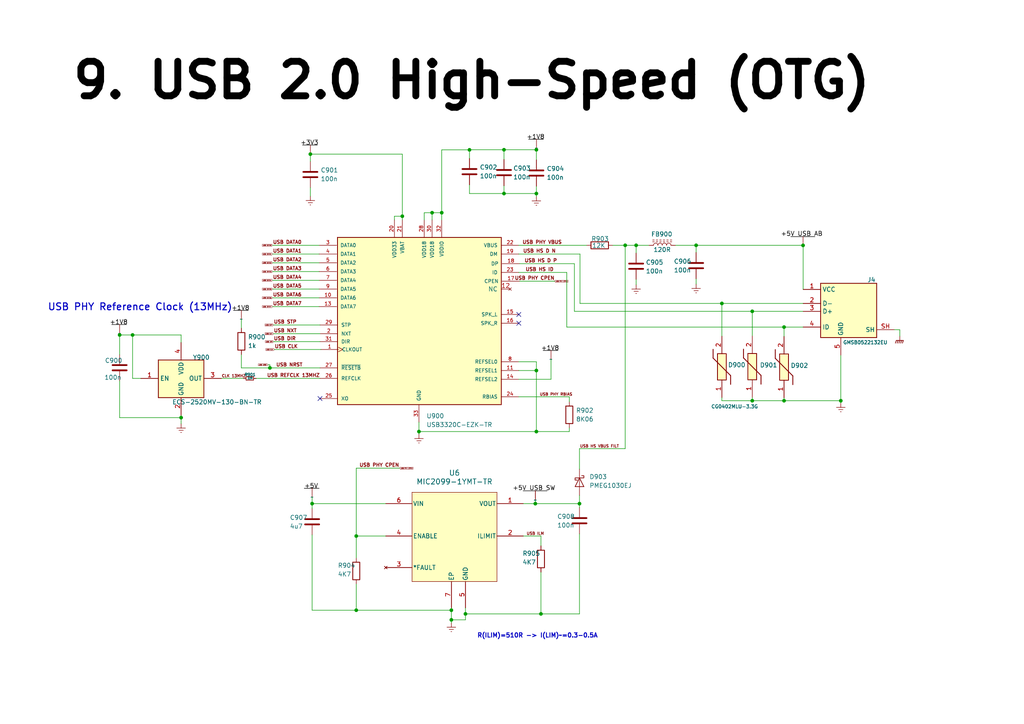
<source format=kicad_sch>
(kicad_sch (version 20230121) (generator eeschema)
  (paper "A4")
  (lib_symbols
    (symbol "2023-12-25_23-16-44:MIC2099-1YMT-TR" (pin_names (offset 0.254))
      (property "Reference" "U6" (at -10.16 -17.78 0))
      (property "Value" "MIC2099-1YMT-TR" (at -3.048 10.16 0))
      (symbol "MIC2099-1YMT-TR_0_1"
        (pin output line (at 20.574 5.842 180) (length 7.62) (name "VOUT") (number "1"))
        (pin input line (at 20.574 -3.556 180) (length 7.62) (name "ILIMIT") (number "2"))
        (pin no_connect line (at -19.304 -12.7 0) (length 7.62) (name "*FAULT") (number "3"))
        (pin input line (at -19.304 -3.556 0) (length 7.62) (name "ENABLE") (number "4"))
        (pin power_in line (at 3.81 -24.384 90) (length 7.62) (name "GND") (number "5"))
        (pin input line (at -19.304 5.842 0) (length 7.62) (name "VIN") (number "6"))
      )
      (symbol "MIC2099-1YMT-TR_1_1"
        (rectangle (start -11.684 9.144) (end 12.954 -16.764) (fill (type background)))
        (pin bidirectional line (at -0.254 -24.384 90) (length 7.62) (name "EP") (number "7"))
      )
    )
    (symbol "CG0402MLU-3_3G:CG0402MLU-3.3G" (pin_names hide)
      (property "Reference" "RV" (at 13.97 6.35 0))
      (property "Value" "CG0402MLU-3.3G" (at 13.97 3.81 0))
      (symbol "CG0402MLU-3.3G_1_1"
        (polyline (pts (xy 3.81 -2.54) (xy 6.35 -2.54)) (stroke (width 0.254)))
        (polyline (pts (xy 11.43 2.54) (xy 6.35 -2.54)) (stroke (width 0.254)))
        (polyline (pts (xy 11.43 2.54) (xy 13.97 2.54)) (stroke (width 0.254)))
        (rectangle (start 5.08 1.27) (end 12.7 -1.27) (stroke (width 0.254)) (fill (type background)))
        (pin passive line (at 0 0 0) (length 5.08) (name "1") (number "1"))
        (pin passive line (at 17.78 0 180) (length 5.08) (name "2") (number "2"))
      )
    )
    (symbol "Device:C" (pin_numbers hide) (pin_names (offset 0.254))
      (property "Reference" "C" (at 0.635 2.54 0))
      (property "Value" "C" (at 0.635 -2.54 0))
      (symbol "C_0_1"
        (polyline (pts (xy -2.032 -0.762) (xy 2.032 -0.762)) (stroke (width 0.508)))
        (polyline (pts (xy -2.032 0.762) (xy 2.032 0.762)) (stroke (width 0.508)))
      )
      (symbol "C_1_1"
        (pin passive line (at 0 3.81 270) (length 2.794) (name "~") (number "1"))
        (pin passive line (at 0 -3.81 90) (length 2.794) (name "~") (number "2"))
      )
    )
    (symbol "Device:L_Ferrite" (pin_numbers hide) (pin_names (offset 1.016) hide)
      (property "Reference" "L" (at -1.27 0 90))
      (property "Value" "L_Ferrite" (at 2.794 0 90))
      (symbol "L_Ferrite_0_1"
        (arc (start 0 -2.54) (mid 0.6323 -1.905) (end 0 -1.27))
        (arc (start 0 -1.27) (mid 0.6323 -0.635) (end 0 0))
        (polyline (pts (xy 1.016 -2.794) (xy 1.016 -2.286)))
        (polyline (pts (xy 1.016 -1.778) (xy 1.016 -1.27)))
        (polyline (pts (xy 1.016 -0.762) (xy 1.016 -0.254)))
        (polyline (pts (xy 1.016 0.254) (xy 1.016 0.762)))
        (polyline (pts (xy 1.016 1.27) (xy 1.016 1.778)))
        (polyline (pts (xy 1.016 2.286) (xy 1.016 2.794)))
        (polyline (pts (xy 1.524 -2.286) (xy 1.524 -2.794)))
        (polyline (pts (xy 1.524 -1.27) (xy 1.524 -1.778)))
        (polyline (pts (xy 1.524 -0.254) (xy 1.524 -0.762)))
        (polyline (pts (xy 1.524 0.762) (xy 1.524 0.254)))
        (polyline (pts (xy 1.524 1.778) (xy 1.524 1.27)))
        (polyline (pts (xy 1.524 2.794) (xy 1.524 2.286)))
        (arc (start 0 0) (mid 0.6323 0.635) (end 0 1.27))
        (arc (start 0 1.27) (mid 0.6323 1.905) (end 0 2.54))
      )
      (symbol "L_Ferrite_1_1"
        (pin passive line (at 0 3.81 270) (length 1.27) (name "1") (number "1"))
        (pin passive line (at 0 -3.81 90) (length 1.27) (name "2") (number "2"))
      )
    )
    (symbol "Device:R" (pin_numbers hide) (pin_names (offset 0))
      (property "Reference" "R" (at 2.032 0 90))
      (property "Value" "R" (at 0 0 90))
      (symbol "R_0_1"
        (rectangle (start -1.016 -2.54) (end 1.016 2.54) (stroke (width 0.254)))
      )
      (symbol "R_1_1"
        (pin passive line (at 0 3.81 270) (length 1.27) (name "~") (number "1"))
        (pin passive line (at 0 -3.81 90) (length 1.27) (name "~") (number "2"))
      )
    )
    (symbol "Diode:PMEG1030EJ" (pin_numbers hide) (pin_names hide)
      (property "Reference" "D" (at 0 2.54 0))
      (property "Value" "PMEG1030EJ" (at 0 -2.54 0))
      (symbol "PMEG1030EJ_0_1"
        (polyline (pts (xy 1.27 0) (xy -1.27 0)))
        (polyline (pts (xy 1.27 1.27) (xy 1.27 -1.27) (xy -1.27 0) (xy 1.27 1.27)) (stroke (width 0.2032)))
        (polyline (pts (xy -1.905 0.635) (xy -1.905 1.27) (xy -1.27 1.27) (xy -1.27 -1.27) (xy -0.635 -1.27) (xy -0.635 -0.635)) (stroke (width 0.2032)))
      )
      (symbol "PMEG1030EJ_1_1"
        (pin passive line (at -3.81 0 0) (length 2.54) (name "K") (number "1"))
        (pin passive line (at 3.81 0 180) (length 2.54) (name "A") (number "2"))
      )
    )
    (symbol "ECS-2520MV-130-BN-TR:ECS-2520MV-130-BN-TR"
      (property "Reference" "Y2" (at 5.842 6.096 0))
      (property "Value" "ECS-2520MV-130-BN-TR" (at 10.414 -6.858 0))
      (symbol "ECS-2520MV-130-BN-TR_1_1"
        (rectangle (start -6.604 5.334) (end 6.604 -5.588) (stroke (width 0.254)) (fill (type background)))
        (pin passive line (at -11.684 0 0) (length 5.08) (name "EN") (number "1"))
        (pin passive line (at 0 -10.668 90) (length 5.08) (name "GND") (number "2"))
        (pin passive line (at 11.684 0 180) (length 5.08) (name "OUT") (number "3"))
        (pin passive line (at 0 10.414 270) (length 5.08) (name "VDD") (number "4"))
      )
    )
    (symbol "GMSB0522132EU:GMSB0522132EU"
      (property "Reference" "J4" (at 19.812 3.556 0))
      (property "Value" "GMSB0522132EU" (at 20.828 -14.224 0))
      (symbol "GMSB0522132EU_1_1"
        (rectangle (start 5.08 2.54) (end 21.336 -13.208) (stroke (width 0.254)) (fill (type background)))
        (pin passive line (at 0 0.762 0) (length 5.08) (name "VCC") (number "1"))
        (pin passive line (at 0 -3.302 0) (length 5.08) (name "D-") (number "2"))
        (pin passive line (at 0 -5.588 0) (length 5.08) (name "D+") (number "3"))
        (pin passive line (at 0 -10.16 0) (length 5.08) (name "ID") (number "4"))
        (pin passive line (at 10.922 -18.288 90) (length 5.08) (name "GND") (number "5"))
        (pin passive line (at 26.416 -10.922 180) (length 5.08) (name "SH") (number "SH"))
      )
    )
    (symbol "Power_Library:+1V8"
      (symbol "+1V8_1_1"
        (polyline (pts (xy -2.286 2.54) (xy 2.032 2.54)) (stroke (width 0) (color 0 0 0 1)))
        (text "+1V8" (at -0.254 3.302 0) (effects (font (size 1.27 1.27))))
        (pin bidirectional line (at 0 0 90) (length 2.54) (name "") (number ""))
      )
    )
    (symbol "Power_Library:+3V3"
      (symbol "+3V3_1_1"
        (polyline (pts (xy -2.286 2.54) (xy 2.032 2.54)) (stroke (width 0) (color 0 0 0 1)))
        (text "+3V3" (at -0.254 3.302 0) (effects (font (size 1.27 1.27))))
        (pin bidirectional line (at 0 0 90) (length 2.54) (name "") (number ""))
      )
    )
    (symbol "Power_Library:+5V"
      (symbol "+5V_1_1"
        (polyline (pts (xy -2.286 2.54) (xy 2.032 2.54)) (stroke (width 0) (color 0 0 0 1)))
        (text "+5V" (at -0.254 3.302 0) (effects (font (size 1.27 1.27))))
        (pin bidirectional line (at 0 0 90) (length 2.54) (name "") (number ""))
      )
    )
    (symbol "Power_Library:+5V_USB_AB"
      (symbol "+5V_USB_AB_1_1"
        (polyline (pts (xy -3.556 2.54) (xy 3.429 2.54)) (stroke (width 0) (color 0 0 0 1)))
        (text "+5V USB AB" (at -0.381 3.429 0) (effects (font (size 1.27 1.27))))
        (pin bidirectional line (at 0 0 90) (length 2.54) (name "") (number ""))
      )
    )
    (symbol "Power_Library:+5V_USB_SW"
      (symbol "+5V_USB_SW_1_1"
        (polyline (pts (xy -3.556 2.667) (xy 3.429 2.667)) (stroke (width 0) (color 0 0 0 1)))
        (text "+5V USB SW" (at -0.381 3.556 0) (effects (font (size 1.27 1.27))))
        (pin bidirectional line (at 0 0.127 90) (length 2.54) (name "") (number ""))
      )
    )
    (symbol "RESISTOR_SMALL22:R_Small" (pin_numbers hide) (pin_names (offset 0.254) hide)
      (property "Reference" "R" (at 0.508 0.381 0))
      (property "Value" "R_Small" (at 0.635 -1.016 0))
      (symbol "R_Small_0_1"
        (rectangle (start -0.508 1.016) (end 0.508 -1.143) (stroke (width 0.2032)))
      )
      (symbol "R_Small_1_1"
        (pin passive line (at 0 1.778 270) (length 0.762) (name "~") (number "1"))
        (pin passive line (at 0 -1.905 90) (length 0.762) (name "~") (number "2"))
      )
    )
    (symbol "USB3320C-EZK-TR:USB3320C-EZK-TR" (pin_names (offset 1.016))
      (property "Reference" "U7" (at -22.606 25.654 0))
      (property "Value" "USB3320C-EZK-TR" (at 20.828 -25.4 0))
      (symbol "USB3320C-EZK-TR_0_0"
        (rectangle (start -23.622 24.638) (end 23.876 -23.876) (stroke (width 0.254)) (fill (type background)))
        (pin bidirectional line (at -28.956 7.112 0) (length 5.08) (name "DATA6") (number "10"))
        (pin input line (at 28.956 -13.97 180) (length 5.08) (name "REFSEL1") (number "11"))
        (pin no_connect line (at 26.416 9.652 180) (length 2.54) (name "NC") (number "12"))
        (pin bidirectional line (at -28.956 4.572 0) (length 5.08) (name "DATA7") (number "13"))
        (pin input line (at 28.956 -16.51 180) (length 5.08) (name "REFSEL2") (number "14"))
        (pin bidirectional line (at 28.956 2.286 180) (length 5.08) (name "SPK_L") (number "15"))
        (pin bidirectional line (at 28.956 -0.254 180) (length 5.08) (name "SPK_R") (number "16"))
        (pin output line (at 29.21 11.938 180) (length 5.08) (name "CPEN") (number "17"))
        (pin bidirectional line (at 29.21 17.018 180) (length 5.08) (name "DP") (number "18"))
        (pin bidirectional line (at 28.956 19.812 180) (length 5.08) (name "DM") (number "19"))
        (pin output line (at -28.702 -3.302 0) (length 5.08) (name "NXT") (number "2"))
        (pin power_in line (at -7.112 29.718 270) (length 5.08) (name "VDD33") (number "20"))
        (pin power_in line (at -4.826 29.718 270) (length 5.08) (name "VBAT") (number "21"))
        (pin power_in line (at 28.956 22.352 180) (length 5.08) (name "VBUS") (number "22"))
        (pin input line (at 28.956 14.478 180) (length 5.08) (name "ID") (number "23"))
        (pin bidirectional line (at 28.956 -21.59 180) (length 5.08) (name "RBIAS") (number "24"))
        (pin output line (at -28.702 -22.098 0) (length 5.08) (name "XO") (number "25"))
        (pin input line (at -28.702 -13.208 0) (length 5.08) (name "~{RESETB}") (number "27"))
        (pin power_in line (at 1.524 29.718 270) (length 5.08) (name "VDD18") (number "28"))
        (pin input line (at -28.702 -0.762 0) (length 5.08) (name "STP") (number "29"))
        (pin bidirectional line (at -28.956 22.352 0) (length 5.08) (name "DATA0") (number "3"))
        (pin power_in line (at 3.81 29.718 270) (length 5.08) (name "VDD18") (number "30"))
        (pin output line (at -28.702 -5.588 0) (length 5.08) (name "DIR") (number "31"))
        (pin power_in line (at 6.604 29.718 270) (length 5.08) (name "VDDIO") (number "32"))
        (pin bidirectional line (at -28.956 19.812 0) (length 5.08) (name "DATA1") (number "4"))
        (pin bidirectional line (at -28.956 17.272 0) (length 5.08) (name "DATA2") (number "5"))
        (pin bidirectional line (at -28.956 14.732 0) (length 5.08) (name "DATA3") (number "6"))
        (pin bidirectional line (at -28.956 12.192 0) (length 5.08) (name "DATA4") (number "7"))
        (pin input line (at 28.956 -11.43 180) (length 5.08) (name "REFSEL0") (number "8"))
        (pin bidirectional line (at -28.956 9.652 0) (length 5.08) (name "DATA5") (number "9"))
      )
      (symbol "USB3320C-EZK-TR_1_0"
        (pin input clock (at -28.448 -7.874 0) (length 5.08) (name "CLKOUT") (number "1"))
        (pin input line (at -28.702 -16.256 0) (length 5.08) (name "REFCLK") (number "26"))
        (pin power_in line (at 0 -28.956 90) (length 5.08) (name "GND") (number "33"))
      )
    )
    (symbol "power:GNDPWR" (power) (pin_names (offset 0))
      (property "Value" "GNDPWR" (at 0 -3.302 0))
      (symbol "GNDPWR_0_1"
        (polyline (pts (xy 0 -1.27) (xy 0 0)))
        (polyline (pts (xy -1.016 -1.27) (xy -1.27 -2.032) (xy -1.27 -2.032)) (stroke (width 0.2032)))
        (polyline (pts (xy -0.508 -1.27) (xy -0.762 -2.032) (xy -0.762 -2.032)) (stroke (width 0.2032)))
        (polyline (pts (xy 0 -1.27) (xy -0.254 -2.032) (xy -0.254 -2.032)) (stroke (width 0.2032)))
        (polyline (pts (xy 0.508 -1.27) (xy 0.254 -2.032) (xy 0.254 -2.032)) (stroke (width 0.2032)))
        (polyline (pts (xy 1.016 -1.27) (xy -1.016 -1.27) (xy -1.016 -1.27)) (stroke (width 0.2032)))
        (polyline (pts (xy 1.016 -1.27) (xy 0.762 -2.032) (xy 0.762 -2.032) (xy 0.762 -2.032)) (stroke (width 0.2032)))
      )
      (symbol "GNDPWR_1_1"
        (pin power_in line (at 0 0 270) (length 0) hide (name "GNDPWR") (number "1"))
      )
    )
    (symbol "power:GNDREF" (power) (pin_names (offset 0))
      (property "Value" "GNDREF" (at 0 -3.81 0))
      (symbol "GNDREF_0_1"
        (polyline (pts (xy -0.635 -1.905) (xy 0.635 -1.905)))
        (polyline (pts (xy -0.127 -2.54) (xy 0.127 -2.54)))
        (polyline (pts (xy 0 -1.27) (xy 0 0)))
        (polyline (pts (xy 1.27 -1.27) (xy -1.27 -1.27)))
      )
      (symbol "GNDREF_1_1"
        (pin power_in line (at 0 0 270) (length 0) hide (name "GNDREF") (number "1"))
      )
    )
  )
  (junction (at 90.0176 44.704))
  (junction (at 135.001 178.054))
  (junction (at 155.2702 146.0754))
  (junction (at 103.3272 176.9872))
  (junction (at 121.5136 125.1712))
  (junction (at 146.177 56.134))
  (junction (at 156.8958 178.054))
  (junction (at 90.5256 146.0754))
  (junction (at 155.575 43.434))
  (junction (at 78.2828 106.7054))
  (junction (at 181.3306 71.1454))
  (junction (at 52.5272 121.1326))
  (junction (at 243.8654 116.2304))
  (junction (at 227.4062 116.2304))
  (junction (at 38.4556 97.155))
  (junction (at 209.3722 88.011))
  (junction (at 184.5056 71.1454))
  (junction (at 155.575 107.4674))
  (junction (at 34.6964 97.155))
  (junction (at 130.9116 179.7812))
  (junction (at 232.918 71.1708))
  (junction (at 128.1176 61.6966))
  (junction (at 136.1694 43.4594))
  (junction (at 146.177 43.434))
  (junction (at 201.9046 71.1454))
  (junction (at 155.575 56.134))
  (junction (at 155.575 125.1712))
  (junction (at 130.9116 176.9872))
  (junction (at 116.6876 62.7126))
  (junction (at 227.4062 94.869))
  (junction (at 103.3272 155.4734))
  (junction (at 218.186 116.2304))
  (junction (at 125.3236 61.6966))
  (junction (at 218.186 90.297))
  (junction (at 168.0718 146.0754))
  (no_connect (at 92.8116 115.5954))
  (no_connect (at 150.4696 93.7514))
  (no_connect (at 150.4696 91.2114))
  (wire (pts (xy 168.0718 136.0678) (xy 168.0718 130.1242)))
  (wire (pts (xy 52.5272 121.1326) (xy 52.5272 122.8852)))
  (wire (pts (xy 218.186 90.297) (xy 232.9434 90.297)))
  (wire (pts (xy 136.1694 53.594) (xy 136.1694 56.134)))
  (wire (pts (xy 177.7492 71.1454) (xy 181.3306 71.1454)))
  (wire (pts (xy 195.8848 71.1454) (xy 201.9046 71.1454)))
  (wire (pts (xy 155.575 104.9528) (xy 155.575 107.4674)))
  (wire (pts (xy 155.5496 104.9274) (xy 150.4696 104.9274)))
  (wire (pts (xy 34.6964 121.1326) (xy 52.5272 121.1326)))
  (wire (pts (xy 227.4062 94.869) (xy 232.9434 94.869)))
  (wire (pts (xy 201.9046 73.2282) (xy 201.9046 71.1454)))
  (wire (pts (xy 123.0376 63.7794) (xy 123.0376 61.6966)))
  (wire (pts (xy 150.4696 73.6854) (xy 168.2242 73.6854)))
  (wire (pts (xy 130.9116 176.9872) (xy 130.9116 179.7812)))
  (wire (pts (xy 232.918 71.1708) (xy 232.9434 71.1708)))
  (wire (pts (xy 156.8958 165.9382) (xy 156.8958 178.054)))
  (wire (pts (xy 156.8958 155.4734) (xy 156.8958 158.3182)))
  (wire (pts (xy 165.1254 116.5098) (xy 165.1254 115.0874)))
  (wire (pts (xy 155.575 125.1712) (xy 121.5136 125.1712)))
  (wire (pts (xy 218.186 115.2398) (xy 218.186 116.2304)))
  (wire (pts (xy 259.3594 95.631) (xy 260.985 95.631)))
  (wire (pts (xy 155.5496 104.9528) (xy 155.575 104.9528)))
  (wire (pts (xy 79.0956 71.1454) (xy 92.5576 71.1454)))
  (wire (pts (xy 136.1694 56.134) (xy 146.177 56.134)))
  (wire (pts (xy 155.575 46.3804) (xy 155.575 43.434)))
  (wire (pts (xy 130.937 176.3014) (xy 130.937 176.9872)))
  (wire (pts (xy 146.177 56.134) (xy 155.575 56.134)))
  (wire (pts (xy 218.186 116.2304) (xy 227.4062 116.2304)))
  (wire (pts (xy 184.5056 81.026) (xy 184.5056 82.5754)))
  (wire (pts (xy 164.3888 79.0194) (xy 164.3888 94.869)))
  (wire (pts (xy 184.5056 71.1454) (xy 184.5056 73.406)))
  (wire (pts (xy 103.3272 169.418) (xy 103.3272 176.9872)))
  (wire (pts (xy 121.5136 125.1712) (xy 121.5136 125.9332)))
  (wire (pts (xy 168.2242 88.011) (xy 209.3722 88.011)))
  (wire (pts (xy 116.6876 62.7126) (xy 116.6876 44.704)))
  (wire (pts (xy 79.0956 88.9254) (xy 92.5576 88.9254)))
  (wire (pts (xy 150.4696 115.0874) (xy 165.1254 115.0874)))
  (wire (pts (xy 90.5256 155.1432) (xy 90.5256 176.9872)))
  (wire (pts (xy 135.001 176.3014) (xy 135.001 178.054)))
  (wire (pts (xy 150.7236 76.4794) (xy 166.5986 76.4794)))
  (wire (pts (xy 103.3272 135.7884) (xy 115.824 135.7884)))
  (wire (pts (xy 155.2702 144.907) (xy 155.2702 146.0754)))
  (wire (pts (xy 155.5496 104.9528) (xy 155.5496 104.9274)))
  (wire (pts (xy 181.3306 130.1242) (xy 181.3306 71.1454)))
  (wire (pts (xy 78.2828 105.8164) (xy 78.2828 106.7054)))
  (wire (pts (xy 103.3272 176.9872) (xy 130.9116 176.9872)))
  (wire (pts (xy 146.177 53.8734) (xy 146.177 56.134)))
  (wire (pts (xy 181.3306 71.1454) (xy 184.5056 71.1454)))
  (wire (pts (xy 150.4696 107.4674) (xy 155.575 107.4674)))
  (wire (pts (xy 79.0956 86.3854) (xy 92.5576 86.3854)))
  (wire (pts (xy 155.575 43.434) (xy 155.6004 43.434)))
  (wire (pts (xy 90.0176 44.704) (xy 90.0176 46.8122)))
  (wire (pts (xy 90.5256 146.0754) (xy 90.5256 147.5232)))
  (wire (pts (xy 103.3272 135.7884) (xy 103.3272 155.4734)))
  (wire (pts (xy 128.1176 43.4594) (xy 136.1694 43.4594)))
  (wire (pts (xy 70.0024 102.8192) (xy 70.0024 106.7054)))
  (wire (pts (xy 155.575 54.0004) (xy 155.575 56.134)))
  (wire (pts (xy 146.177 43.434) (xy 146.177 46.2534)))
  (wire (pts (xy 260.985 97.4852) (xy 260.985 95.631)))
  (wire (pts (xy 90.0176 54.4322) (xy 90.0176 56.896)))
  (wire (pts (xy 209.3722 88.011) (xy 209.3722 97.5106)))
  (wire (pts (xy 146.177 43.434) (xy 155.575 43.434)))
  (wire (pts (xy 78.2828 106.7054) (xy 92.8116 106.7054)))
  (wire (pts (xy 121.5136 122.4534) (xy 121.5136 125.1712)))
  (wire (pts (xy 168.0718 154.8384) (xy 168.0718 178.054)))
  (wire (pts (xy 38.4556 97.155) (xy 34.6964 97.155)))
  (wire (pts (xy 38.4556 109.7534) (xy 38.4556 97.155)))
  (wire (pts (xy 243.8654 102.997) (xy 243.8654 116.2304)))
  (wire (pts (xy 164.3888 94.869) (xy 227.4062 94.869)))
  (wire (pts (xy 130.9116 176.9872) (xy 130.937 176.9872)))
  (wire (pts (xy 34.6964 97.155) (xy 34.6964 102.8446)))
  (wire (pts (xy 130.9116 179.7812) (xy 130.9116 180.6448)))
  (wire (pts (xy 150.7236 81.5594) (xy 160.8836 81.5594)))
  (wire (pts (xy 79.3496 96.7994) (xy 92.8116 96.7994)))
  (wire (pts (xy 232.9434 71.1708) (xy 232.9434 83.947)))
  (wire (pts (xy 125.3236 61.6966) (xy 125.3236 63.7794)))
  (wire (pts (xy 135.001 179.7812) (xy 130.9116 179.7812)))
  (wire (pts (xy 168.0718 146.0754) (xy 168.0718 147.2184)))
  (wire (pts (xy 151.765 155.4734) (xy 156.8958 155.4734)))
  (wire (pts (xy 227.4062 116.2304) (xy 243.8654 116.2304)))
  (wire (pts (xy 209.3722 88.011) (xy 232.9434 88.011)))
  (wire (pts (xy 243.8654 116.2304) (xy 243.8654 116.8908)))
  (wire (pts (xy 232.918 71.1454) (xy 232.918 71.1708)))
  (wire (pts (xy 116.6876 63.7794) (xy 116.6876 62.7126)))
  (wire (pts (xy 155.575 107.4674) (xy 155.575 125.1712)))
  (wire (pts (xy 150.4696 71.1454) (xy 170.1292 71.1454)))
  (wire (pts (xy 165.1254 124.1298) (xy 165.1254 125.1712)))
  (wire (pts (xy 52.5272 99.3394) (xy 52.5272 97.155)))
  (wire (pts (xy 90.5256 144.1704) (xy 90.5256 146.0754)))
  (wire (pts (xy 128.1176 43.4594) (xy 128.1176 61.6966)))
  (wire (pts (xy 79.0956 73.6854) (xy 92.5576 73.6854)))
  (wire (pts (xy 116.6876 44.704) (xy 90.0176 44.704)))
  (wire (pts (xy 155.2702 146.0754) (xy 168.0718 146.0754)))
  (wire (pts (xy 156.8958 178.054) (xy 135.001 178.054)))
  (wire (pts (xy 79.0956 76.2254) (xy 92.5576 76.2254)))
  (wire (pts (xy 64.2112 109.7534) (xy 70.612 109.7534)))
  (wire (pts (xy 168.0718 178.054) (xy 156.8958 178.054)))
  (wire (pts (xy 79.3496 99.0854) (xy 92.8116 99.0854)))
  (wire (pts (xy 159.8168 104.1908) (xy 159.8168 110.0074)))
  (wire (pts (xy 159.8168 110.0074) (xy 150.4696 110.0074)))
  (wire (pts (xy 135.001 178.054) (xy 135.001 179.7812)))
  (wire (pts (xy 232.918 71.1454) (xy 201.9046 71.1454)))
  (wire (pts (xy 74.295 109.7534) (xy 92.8116 109.7534)))
  (wire (pts (xy 111.887 155.4734) (xy 103.3272 155.4734)))
  (wire (pts (xy 52.5272 97.155) (xy 38.4556 97.155)))
  (wire (pts (xy 90.0176 44.6024) (xy 90.0176 44.704)))
  (wire (pts (xy 79.0956 78.7654) (xy 92.5576 78.7654)))
  (wire (pts (xy 125.3236 61.6966) (xy 128.1176 61.6966)))
  (wire (pts (xy 166.5986 90.297) (xy 218.186 90.297)))
  (wire (pts (xy 151.765 146.0754) (xy 155.2702 146.0754)))
  (wire (pts (xy 103.3272 155.4734) (xy 103.3272 161.798)))
  (wire (pts (xy 90.5256 146.0754) (xy 111.887 146.0754)))
  (wire (pts (xy 34.6964 96.6724) (xy 34.6964 97.155)))
  (wire (pts (xy 114.4016 63.7794) (xy 114.4016 62.7126)))
  (wire (pts (xy 201.9046 80.8482) (xy 201.9046 82.3976)))
  (wire (pts (xy 79.3496 94.2594) (xy 92.8116 94.2594)))
  (wire (pts (xy 70.0024 106.7054) (xy 78.2828 106.7054)))
  (wire (pts (xy 79.0956 83.8454) (xy 92.5576 83.8454)))
  (wire (pts (xy 70.0024 92.5576) (xy 70.0024 95.1992)))
  (wire (pts (xy 40.8432 109.7534) (xy 38.4556 109.7534)))
  (wire (pts (xy 123.0376 61.6966) (xy 125.3236 61.6966)))
  (wire (pts (xy 168.2242 73.6854) (xy 168.2242 88.011)))
  (wire (pts (xy 227.4062 115.3668) (xy 227.4062 116.2304)))
  (wire (pts (xy 150.4696 79.0194) (xy 164.3888 79.0194)))
  (wire (pts (xy 188.2648 71.1454) (xy 184.5056 71.1454)))
  (wire (pts (xy 168.0718 130.1242) (xy 181.3306 130.1242)))
  (wire (pts (xy 128.1176 61.6966) (xy 128.1176 63.7794)))
  (wire (pts (xy 79.0956 81.3054) (xy 92.5576 81.3054)))
  (wire (pts (xy 168.0718 143.6878) (xy 168.0718 146.0754)))
  (wire (pts (xy 155.6004 42.926) (xy 155.6004 43.434)))
  (wire (pts (xy 136.1694 43.434) (xy 146.177 43.434)))
  (wire (pts (xy 52.5272 120.4214) (xy 52.5272 121.1326)))
  (wire (pts (xy 34.6964 110.4646) (xy 34.6964 121.1326)))
  (wire (pts (xy 218.186 90.297) (xy 218.186 97.4598)))
  (wire (pts (xy 209.3722 116.2304) (xy 218.186 116.2304)))
  (wire (pts (xy 155.575 56.134) (xy 155.575 56.9976)))
  (wire (pts (xy 227.4062 94.869) (xy 227.4062 97.5868)))
  (wire (pts (xy 165.1254 125.1712) (xy 155.575 125.1712)))
  (wire (pts (xy 136.1694 43.4594) (xy 136.1694 43.434)))
  (wire (pts (xy 166.5986 76.4794) (xy 166.5986 90.297)))
  (wire (pts (xy 114.4016 62.7126) (xy 116.6876 62.7126)))
  (wire (pts (xy 77.7494 105.8164) (xy 78.2828 105.8164)))
  (wire (pts (xy 209.3722 115.2906) (xy 209.3722 116.2304)))
  (wire (pts (xy 90.5256 176.9872) (xy 103.3272 176.9872)))
  (wire (pts (xy 136.1694 45.974) (xy 136.1694 43.4594)))
  (wire (pts (xy 79.6036 101.3714) (xy 93.0656 101.3714)))
  (text "R(ILIM)=510R -> I(LIM)~=0.3-0.5A" (at 138.3538 185.2168 0) (effects (font (size 1.27 1.27) (thickness 0.254) bold) (justify left bottom)))
  (text "USB PHY Reference Clock (13MHz)" (at 13.7668 90.3478 0) (effects (font (size 2 2) (thickness 0.3) bold) (justify left bottom)))
  (text "9. USB 2.0 High-Speed (OTG)" (at 20.2438 29.3624 0) (effects (font (size 10 10) (thickness 2) bold) (justify left bottom)))
  (label "USB DATA3" (at 79.0956 78.7654 0) (effects (font (size 1 1) bold)))
  (label "USB HS D P" (at 152.0698 76.4794 0) (effects (font (size 1 1) bold)))
  (label "USB DATA5" (at 79.0956 83.8454 0) (effects (font (size 1 1) bold)))
  (label "USB PHY CPEN" (at 160.8836 81.5594 180) (effects (font (size 1 1) bold)))
  (label "USB NXT" (at 79.3496 96.7994 0) (effects (font (size 1 1) bold)))
  (label "USB STP" (at 79.3496 94.2594 0) (effects (font (size 1 1) bold)))
  (label "USB DATA4" (at 79.0956 81.3054 0) (effects (font (size 1 1) bold)))
  (label "USB PHY CPEN" (at 115.824 135.7884 180) (effects (font (size 1 1) bold)))
  (label "USB DATA0" (at 79.0956 71.1454 0) (effects (font (size 1 1) bold)))
  (label "USB CLK" (at 79.6036 101.3714 0) (effects (font (size 1 1) bold)))
  (label "USB PHY RBIAS" (at 156.4894 115.0874 0) (effects (font (size 0.8 0.8) bold)))
  (label "USB REFCLK 13MHZ" (at 77.3938 109.7534 0) (effects (font (size 1 1) bold)))
  (label "USB PHY VBUS" (at 151.4602 71.1454 0) (effects (font (size 1 1) bold)))
  (label "USB DATA2" (at 79.0956 76.2254 0) (effects (font (size 1 1) bold)))
  (label "USB HS ID" (at 152.3746 79.0194 0) (effects (font (size 1 1) bold)))
  (label "USB HS D N" (at 151.6634 73.6854 0) (effects (font (size 1 1) bold)))
  (label "USB DATA7" (at 79.0956 88.9254 0) (effects (font (size 1 1) bold)))
  (label "USB DATA1" (at 79.0956 73.6854 0) (effects (font (size 1 1) bold)))
  (label "USB DIR" (at 79.3496 99.0854 0) (effects (font (size 1 1) bold)))
  (label "USB DATA6" (at 79.0956 86.3854 0) (effects (font (size 1 1) bold)))
  (label "USB NRST" (at 80.0354 106.7054 0) (effects (font (size 1 1) bold)))
  (label "USB ILM" (at 152.6794 155.4734 0) (effects (font (size 0.8 0.8) bold)))
  (label "CLK 13MHZ" (at 64.262 109.7534 0) (effects (font (size 0.8 0.8) bold)))
  (label "USB HS VBUS FILT" (at 168.148 130.1242 0) (effects (font (size 0.8 0.8) bold)))
  (global_label "USB DIR" (shape input) (at 79.4004 99.0854 180) (effects (font (size 0.3 0.3))) (property "Intersheetrefs" "${INTERSHEET_REFS}" (effects hide)))
  (global_label "USB DATA5" (shape input) (at 79.121 83.8454 180) (effects (font (size 0.3 0.3))) (property "Intersheetrefs" "${INTERSHEET_REFS}" (effects hide)))
  (global_label "USB DATA7" (shape input) (at 79.121 88.9254 180) (effects (font (size 0.3 0.3))) (property "Intersheetrefs" "${INTERSHEET_REFS}" (effects hide)))
  (global_label "USB DATA6" (shape input) (at 79.0956 86.3854 180) (effects (font (size 0.3 0.3))) (property "Intersheetrefs" "${INTERSHEET_REFS}" (effects hide)))
  (global_label "USB DATA3" (shape input) (at 79.121 78.7654 180) (effects (font (size 0.3 0.3))) (property "Intersheetrefs" "${INTERSHEET_REFS}" (effects hide)))
  (global_label "USB PHY CPEN" (shape input) (at 115.824 135.7884 0) (effects (font (size 0.3 0.3))) (property "Intersheetrefs" "${INTERSHEET_REFS}" (effects hide)))
  (global_label "USB NRST" (shape input) (at 77.7494 105.8164 180) (effects (font (size 0.3 0.3))) (property "Intersheetrefs" "${INTERSHEET_REFS}" (effects hide)))
  (global_label "USB DATA1" (shape input) (at 79.121 73.6854 180) (effects (font (size 0.3 0.3))) (property "Intersheetrefs" "${INTERSHEET_REFS}" (effects hide)))
  (global_label "USB STP" (shape input) (at 79.375 94.2594 180) (effects (font (size 0.3 0.3))) (property "Intersheetrefs" "${INTERSHEET_REFS}" (effects hide)))
  (global_label "USB PHY CPEN" (shape input) (at 160.782 81.5594 0) (effects (font (size 0.3 0.3))) (property "Intersheetrefs" "${INTERSHEET_REFS}" (effects hide)))
  (global_label "USB DATA4" (shape input) (at 79.0956 81.3054 180) (effects (font (size 0.3 0.3))) (property "Intersheetrefs" "${INTERSHEET_REFS}" (effects hide)))
  (global_label "USB CLK" (shape input) (at 79.629 101.3714 180) (effects (font (size 0.3 0.3))) (property "Intersheetrefs" "${INTERSHEET_REFS}" (effects hide)))
  (global_label "USB DATA2" (shape input) (at 79.0956 76.2254 180) (effects (font (size 0.3 0.3))) (property "Intersheetrefs" "${INTERSHEET_REFS}" (effects hide)))
  (global_label "USB DATA0" (shape input) (at 79.0956 71.1454 180) (effects (font (size 0.3 0.3))) (property "Intersheetrefs" "${INTERSHEET_REFS}" (effects hide)))
  (global_label "USB NXT" (shape input) (at 79.4004 96.7994 180) (effects (font (size 0.3 0.3))) (property "Intersheetrefs" "${INTERSHEET_REFS}" (effects hide)))
  (symbol (lib_id "Device:C") (at 34.6964 106.6546 0) (unit 1)
    (property "Reference" "C900" (at 30.4038 104.5718 0) (effects (justify left)))
    (property "Value" "100n" (at 30.2514 109.474 0) (effects (justify left)))
    (property "Footprint" "Capacitor_SMD:C_0402_1005Metric" (effects hide))
  )
  (symbol (lib_id "Device:R") (at 156.8958 162.1282 0) (unit 1)
    (property "Reference" "R905" (at 151.5364 160.528 0) (effects (justify left)))
    (property "Value" "4K7" (at 151.5364 163.068 0) (effects (justify left)))
    (property "Footprint" "Resistor_SMD:R_0402_1005Metric" (effects hide))
  )
  (symbol (lib_id "GMSB0522132EU:GMSB0522132EU") (at 232.9434 84.709 0) (unit 1)
    (property "Reference" "J4" (at 252.7554 81.153 0))
    (property "Value" "GMSB0522132EU" (at 250.9774 99.314 0) (effects (font (size 1 1))))
    (property "Footprint" "GMSB0522132EU:GMSB0522132EU" (effects hide))
    (property "Datasheet" "https://cdn.amphenol-cs.com/media/wysiwyg/files/drawing/gmsb052x1x2eu.pdf" (effects hide))
    (property "Height" "4.1" (effects hide))
    (property "Manufacturer_Name" "Amphenol Communications Solutions" (effects hide))
    (property "Manufacturer_Part_Number" "GMSB0522132EU" (effects hide))
    (instances (project "MA_Inventtronics" (path "" (reference "J4") (unit 1)) (path "" (reference "J900") (unit 1))))
  )
  (symbol (lib_id "power:GNDREF") (at 90.0176 56.896 0) (unit 1)
    (property "Reference" "#PWR0903" (effects hide))
    (property "Value" "GNDREF" (effects hide))
  )
  (symbol (lib_id "CG0402MLU-3_3G:CG0402MLU-3.3G") (at 218.186 115.2398 90) (unit 1)
    (property "Reference" "D901" (at 220.3704 105.8926 90) (effects (justify right)))
    (property "Value" "CG0402MLU-3.3G" (effects hide))
    (property "Footprint" "VARC1005X41N" (effects hide))
    (property "Datasheet" "https://www.bourns.com/docs/Product-Datasheets/MLU.pdf" (effects hide))
    (property "Height" "0.41" (effects hide))
    (property "Mouser Part Number" "652-CG0402MLU-3.3G" (effects hide))
    (property "Mouser Price/Stock" "https://www.mouser.co.uk/ProductDetail/Bourns/CG0402MLU-3.3G?qs=m8myXnDJXpWVM8EQWErxtQ%3D%3D" (effects hide))
    (property "Manufacturer_Name" "Bourns" (effects hide))
    (property "Manufacturer_Part_Number" "CG0402MLU-3.3G" (effects hide))
  )
  (symbol (lib_id "Device:C") (at 136.1694 49.784 0) (unit 1)
    (property "Reference" "C902" (at 139.1412 48.514 0) (effects (justify left)))
    (property "Value" "100n" (at 139.1412 51.054 0) (effects (justify left)))
    (property "Footprint" "Capacitor_SMD:C_0402_1005Metric" (effects hide))
  )
  (symbol (lib_id "Power_Library:+1V8") (at 159.8168 104.1908 0) (unit 1)
    (property "Reference" "#PWR912" (effects hide))
    (property "Value" "~" (at 159.8168 104.1908 0))
  )
  (symbol (lib_id "power:GNDREF") (at 52.5272 122.8852 0) (unit 1)
    (property "Reference" "#PWR0904" (effects hide))
    (property "Value" "GNDREF" (effects hide))
  )
  (symbol (lib_id "Power_Library:+1V8") (at 155.6004 42.926 0) (unit 1)
    (property "Reference" "#PWR910" (effects hide))
    (property "Value" "~" (at 155.6004 42.926 0))
  )
  (symbol (lib_id "Device:R") (at 173.9392 71.1454 90) (unit 1)
    (property "Reference" "R903" (at 174.0408 69.2658 90))
    (property "Value" "12K" (at 173.6598 71.2216 90))
    (property "Footprint" "Resistor_SMD:R_0402_1005Metric" (effects hide))
  )
  (symbol (lib_id "Device:C") (at 90.5256 151.3332 0) (unit 1)
    (property "Reference" "C907" (at 84.0486 150.114 0) (effects (justify left)))
    (property "Value" "4u7" (at 84.0486 152.654 0) (effects (justify left)))
    (property "Footprint" "Capacitor_SMD:C_0402_1005Metric" (effects hide))
  )
  (symbol (lib_id "Device:C") (at 146.177 50.0634 0) (unit 1)
    (property "Reference" "C903" (at 148.844 48.8188 0) (effects (justify left)))
    (property "Value" "100n" (at 148.844 51.3588 0) (effects (justify left)))
    (property "Footprint" "Capacitor_SMD:C_0402_1005Metric" (effects hide))
  )
  (symbol (lib_id "Power_Library:+1V8") (at 34.6964 96.6724 0) (unit 1)
    (property "Reference" "#PWR911" (effects hide))
    (property "Value" "~" (at 34.6964 96.6724 0))
  )
  (symbol (lib_id "ECS-2520MV-130-BN-TR:ECS-2520MV-130-BN-TR") (at 52.5272 109.7534 0) (unit 1)
    (property "Reference" "Y900" (at 58.3692 103.6574 0))
    (property "Value" "ECS-2520MV-130-BN-TR" (at 62.9412 116.6114 0))
    (property "Footprint" "ECS2520MV130BNTR" (effects hide))
    (property "Datasheet" "https://ecsxtal.com/store/pdf/ECS-2520MV.pdf" (effects hide))
    (property "Height" "0.9" (effects hide))
    (property "Mouser Part Number" "520-S2520MV130BNTR" (effects hide))
    (property "Mouser Price/Stock" "https://www.mouser.co.uk/ProductDetail/ECS/ECS-2520MV-130-BN-TR?qs=zW32dvEIR3txl7djIFQDkw%3D%3D" (effects hide))
    (property "Manufacturer_Name" "ECS" (effects hide))
    (property "Manufacturer_Part_Number" "ECS-2520MV-130-BN-TR" (effects hide))
  )
  (symbol (lib_id "Device:R") (at 103.3272 165.608 0) (unit 1)
    (property "Reference" "R904" (at 97.9678 164.0078 0) (effects (justify left)))
    (property "Value" "4K7" (at 97.9678 166.5478 0) (effects (justify left)))
    (property "Footprint" "Resistor_SMD:R_0402_1005Metric" (effects hide))
  )
  (symbol (lib_id "power:GNDREF") (at 130.9116 180.6448 0) (unit 1)
    (property "Reference" "#PWR0914" (effects hide))
    (property "Value" "GNDREF" (effects hide))
  )
  (symbol (lib_id "power:GNDREF") (at 155.575 56.9976 0) (unit 1)
    (property "Reference" "#PWR0906" (effects hide))
    (property "Value" "GNDREF" (effects hide))
  )
  (symbol (lib_id "Power_Library:+1V8") (at 70.0024 92.5576 0) (unit 1)
    (property "Reference" "#PWR916" (effects hide))
    (property "Value" "~" (at 70.0024 92.5576 0))
  )
  (symbol (lib_id "Device:R") (at 70.0024 99.0092 0) (unit 1)
    (property "Reference" "R900" (at 71.9074 97.7392 0) (effects (justify left)))
    (property "Value" "1k" (at 71.9074 100.2792 0) (effects (justify left)))
    (property "Footprint" "Resistor_SMD:R_0402_1005Metric" (effects hide))
  )
  (symbol (lib_id "Power_Library:+3V3") (at 90.0176 44.6024 0) (unit 1)
    (property "Reference" "#PWR905" (effects hide))
    (property "Value" "~" (at 90.0176 44.6024 0))
  )
  (symbol (lib_id "Device:R") (at 165.1254 120.3198 0) (unit 1)
    (property "Reference" "R902" (at 167.0558 119.0498 0) (effects (justify left)))
    (property "Value" "8K06" (at 167.0558 121.5898 0) (effects (justify left)))
    (property "Footprint" "Resistor_SMD:R_0402_1005Metric" (effects hide))
  )
  (symbol (lib_id "Device:C") (at 201.9046 77.0382 0) (unit 1)
    (property "Reference" "C906" (at 195.4276 75.819 0) (effects (justify left)))
    (property "Value" "100n" (at 195.4276 78.359 0) (effects (justify left)))
    (property "Footprint" "Capacitor_SMD:C_0402_1005Metric" (effects hide))
  )
  (symbol (lib_id "power:GNDREF") (at 184.5056 82.5754 0) (unit 1)
    (property "Reference" "#PWR0907" (effects hide))
    (property "Value" "GNDREF" (effects hide))
  )
  (symbol (lib_id "Device:L_Ferrite") (at 192.0748 71.1454 90) (unit 1)
    (property "Reference" "FB900" (at 191.9478 67.9196 90))
    (property "Value" "120R" (at 192.0494 72.4154 90))
    (property "Footprint" "Inductor_SMD:L_0402_1005Metric" (effects hide))
  )
  (symbol (lib_id "Device:C") (at 90.0176 50.6222 0) (unit 1)
    (property "Reference" "C901" (at 92.9894 49.3522 0) (effects (justify left)))
    (property "Value" "100n" (at 92.9894 51.8922 0) (effects (justify left)))
    (property "Footprint" "Capacitor_SMD:C_0402_1005Metric" (effects hide))
  )
  (symbol (lib_id "Device:C") (at 184.5056 77.216 0) (unit 1)
    (property "Reference" "C905" (at 187.2996 76.0984 0) (effects (justify left)))
    (property "Value" "100n" (at 187.2996 78.6384 0) (effects (justify left)))
    (property "Footprint" "Capacitor_SMD:C_0402_1005Metric" (effects hide))
  )
  (symbol (lib_id "Diode:PMEG1030EJ") (at 168.0718 139.8778 270) (unit 1)
    (property "Reference" "D903" (at 170.942 138.2903 90) (effects (justify left)))
    (property "Value" "PMEG1030EJ" (at 170.942 140.8303 90) (effects (justify left)))
    (property "Footprint" "Diode_SMD:D_0402_1005Metric" (effects hide))
    (property "Datasheet" "https://assets.nexperia.com/documents/data-sheet/PMEG1030EH_EJ.pdf" (effects hide))
  )
  (symbol (lib_id "power:GNDREF") (at 121.5136 125.9332 0) (unit 1)
    (property "Reference" "#PWR0900" (effects hide))
    (property "Value" "GNDREF" (effects hide))
  )
  (symbol (lib_id "2023-12-25_23-16-44:MIC2099-1YMT-TR") (at 131.191 151.9174 0) (unit 1)
    (property "Reference" "U6" (at 131.826 137.16 0) (effects (font (size 1.524 1.524))))
    (property "Value" "MIC2099-1YMT-TR" (at 131.826 139.7 0) (effects (font (size 1.524 1.524))))
    (property "Footprint" "TMLF-6_MT_MCH" (effects hide))
    (property "Datasheet" "MIC2099-1YMT-TR" (effects hide))
    (instances (project "MA_Inventtronics" (path "" (reference "U6") (unit 1)) (path "" (reference "U901") (unit 1))))
  )
  (symbol (lib_id "USB3320C-EZK-TR:USB3320C-EZK-TR") (at 121.5136 93.4974 0) (unit 1)
    (property "Reference" "U900" (at 123.6682 120.65 0) (effects (justify left)))
    (property "Value" "USB3320C-EZK-TR" (at 123.6682 123.19 0) (effects (justify left)))
    (property "Footprint" "USB3320C-EZK-TR:QFN50P500X500X100-33N330X330" (effects hide))
    (property "MF" "Microchip" (effects hide))
    (property "SNAPEDA_PACKAGE_ID" "29698" (effects hide))
    (property "Package" "QFN-32 Microchip" (effects hide))
    (property "Price" "None" (effects hide))
    (property "Check_prices" "https://www.snapeda.com/parts/USB3320C-EZK-TR/Microchip/view-part/?ref=eda" (effects hide))
    (property "STANDARD" "IPC-7351B" (effects hide))
    (property "SnapEDA_Link" "https://www.snapeda.com/parts/USB3320C-EZK-TR/Microchip/view-part/?ref=snap" (effects hide))
    (property "MP" "USB3320C-EZK-TR" (effects hide))
    (property "Purchase-URL" "https://www.snapeda.com/api/url_track_click_mouser/?unipart_id=562377&manufacturer=Microchip&part_name=USB3320C-EZK-TR&search_term=None" (effects hide))
    (property "Description" "\nMicrochip USB3320C-EZK-TR, USB Transceiver, USB 2.0, 1.8 V, 3.3 V, 32-Pin QFN | Microchip Technology Inc. USB3320C-EZK-TR\n" (effects hide))
    (property "Availability" "In Stock" (effects hide))
    (property "MANUFACTURER" "MICROCHIP" (effects hide))
  )
  (symbol (lib_id "power:GNDPWR") (at 260.985 97.4852 0) (unit 1)
    (property "Reference" "#PWR0902" (effects hide))
    (property "Value" "GNDPWR" (effects hide))
  )
  (symbol (lib_id "Device:C") (at 168.0718 151.0284 0) (unit 1)
    (property "Reference" "C908" (at 161.5948 149.8092 0) (effects (justify left)))
    (property "Value" "100n" (at 161.5948 152.3492 0) (effects (justify left)))
    (property "Footprint" "Capacitor_SMD:C_0402_1005Metric" (effects hide))
  )
  (symbol (lib_id "Power_Library:+5V_USB_AB") (at 232.918 71.1708 0) (unit 1)
    (property "Reference" "#PWR913" (effects hide))
    (property "Value" "~" (at 232.918 71.1708 0))
  )
  (symbol (lib_id "power:GNDREF") (at 243.8654 116.8908 0) (unit 1)
    (property "Reference" "#PWR0901" (effects hide))
    (property "Value" "GNDREF" (effects hide))
  )
  (symbol (lib_id "power:GNDREF") (at 201.9046 82.3976 0) (unit 1)
    (property "Reference" "#PWR0908" (effects hide))
    (property "Value" "GNDREF" (effects hide))
  )
  (symbol (lib_id "CG0402MLU-3_3G:CG0402MLU-3.3G") (at 227.4062 115.3668 90) (unit 1)
    (property "Reference" "D902" (at 229.3112 106.0196 90) (effects (justify right)))
    (property "Value" "CG0402MLU-3.3G" (effects hide))
    (property "Footprint" "VARC1005X41N" (effects hide))
    (property "Datasheet" "https://www.bourns.com/docs/Product-Datasheets/MLU.pdf" (effects hide))
    (property "Height" "0.41" (effects hide))
    (property "Mouser Part Number" "652-CG0402MLU-3.3G" (effects hide))
    (property "Mouser Price/Stock" "https://www.mouser.co.uk/ProductDetail/Bourns/CG0402MLU-3.3G?qs=m8myXnDJXpWVM8EQWErxtQ%3D%3D" (effects hide))
    (property "Manufacturer_Name" "Bourns" (effects hide))
    (property "Manufacturer_Part_Number" "CG0402MLU-3.3G" (effects hide))
  )
  (symbol (lib_id "Device:C") (at 155.575 50.1904 0) (unit 1)
    (property "Reference" "C904" (at 158.5468 48.9204 0) (effects (justify left)))
    (property "Value" "100n" (at 158.5468 51.4604 0) (effects (justify left)))
    (property "Footprint" "Capacitor_SMD:C_0402_1005Metric" (effects hide))
  )
  (symbol (lib_id "RESISTOR_SMALL22:R_Small") (at 72.39 109.7534 90) (unit 1)
    (property "Reference" "R901" (at 72.5424 108.6612 90) (effects (font (size 0.8 0.8))))
    (property "Value" "22R" (at 72.517 109.7026 90) (effects (font (size 0.5 0.5))))
    (property "Footprint" "Resistor_SMD:R_0402_1005Metric" (effects hide))
  )
  (symbol (lib_id "CG0402MLU-3_3G:CG0402MLU-3.3G") (at 209.3722 115.2906 90) (unit 1)
    (property "Reference" "D900" (at 211.1248 105.8418 90) (effects (justify right)))
    (property "Value" "CG0402MLU-3.3G" (at 206.2734 117.9068 90) (effects (font (size 1 1)) (justify right)))
    (property "Footprint" "VARC1005X41N" (effects hide))
    (property "Datasheet" "https://www.bourns.com/docs/Product-Datasheets/MLU.pdf" (effects hide))
    (property "Height" "0.41" (effects hide))
    (property "Mouser Part Number" "652-CG0402MLU-3.3G" (effects hide))
    (property "Mouser Price/Stock" "https://www.mouser.co.uk/ProductDetail/Bourns/CG0402MLU-3.3G?qs=m8myXnDJXpWVM8EQWErxtQ%3D%3D" (effects hide))
    (property "Manufacturer_Name" "Bourns" (effects hide))
    (property "Manufacturer_Part_Number" "CG0402MLU-3.3G" (effects hide))
  )
  (symbol (lib_id "Power_Library:+5V") (at 90.5256 144.1704 0) (unit 1)
    (property "Reference" "#PWR915" (effects hide))
    (property "Value" "~" (at 90.5256 144.1704 0))
  )
  (symbol (lib_id "Power_Library:+5V_USB_SW") (at 155.2702 145.034 0) (unit 1)
    (property "Reference" "#PWR909" (effects hide))
    (property "Value" "~" (at 155.2702 145.034 0))
  )
)
</source>
